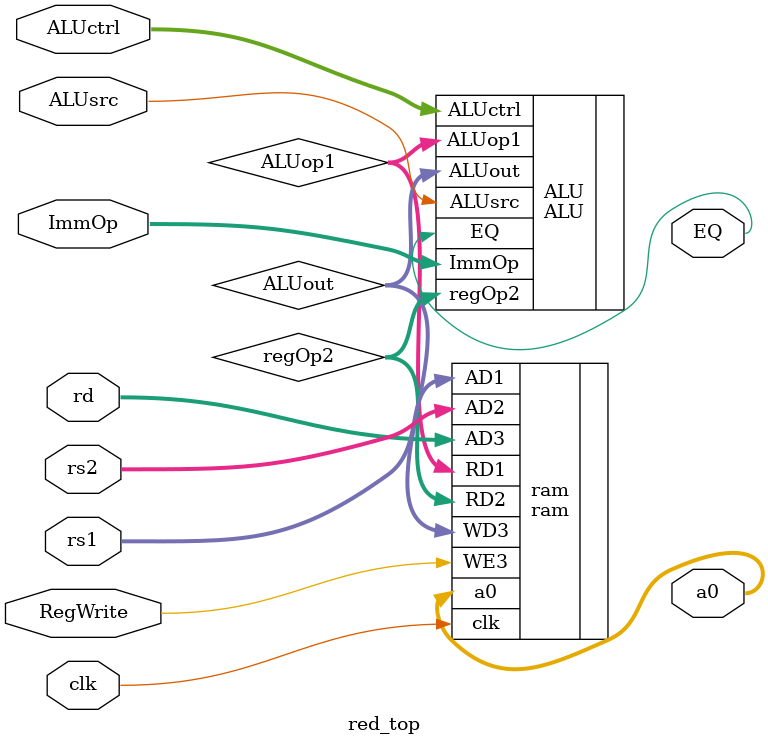
<source format=sv>
 module red_top #(
    parameter ADDRESS_WIDTH = 5,
              ALUctrl_WIDTH = 3,
              DATA_WIDTH = 32
)(
  input logic clk,
  // input logic [19:15] AD1,    
  // input logic [24:20] AD2,
  // input logic [11:7] AD3,

  input logic [DATA_WIDTH-1:0] ImmOp,
  input logic RegWrite,
  input logic [ALUctrl_WIDTH-1:0] ALUctrl,
  input logic ALUsrc,
  input logic [ADDRESS_WIDTH-1:0] rs1,
  input logic [ADDRESS_WIDTH-1:0] rs2,
  input logic [ADDRESS_WIDTH-1:0] rd,

  output logic  EQ,
  output logic [DATA_WIDTH-1:0] a0

);
  
   logic [DATA_WIDTH-1:0] ALUop1;
   logic [DATA_WIDTH-1:0] regOp2;
   logic [DATA_WIDTH-1:0] ALUout;

  //  logic [DATA_WIDTH-1:0] RD2;
  //  logic [ADDRESS_WIDTH-1:0] AD2;
  
ram ram (
  .clk (clk),
  .AD1 (rs1),
  .AD2 (rs2),
  .AD3 (rd),
  .WE3 (RegWrite),
  .WD3 (ALUout),
  .a0 (a0),
  .RD1 (ALUop1),
  .RD2 (regOp2)
);

ALU ALU (
   .ALUop1 (ALUop1),
   .ALUsrc (ALUsrc),
   .ImmOp (ImmOp),
   .regOp2 (regOp2),
   .ALUctrl (ALUctrl),
   .ALUout (ALUout),
   .EQ (EQ)
);

endmodule

</source>
